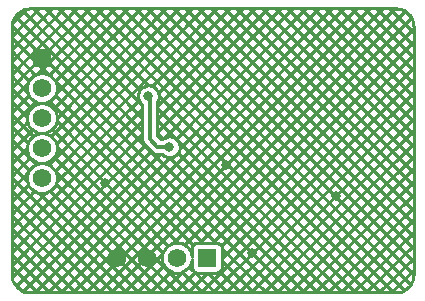
<source format=gbl>
G04 Layer: BottomLayer*
G04 EasyEDA v6.4.25, 2021-11-17T17:00:31+08:00*
G04 7b095086feb547ebadca5fbbb004fff0,8eccfb12f3aa458fbbe36a5a93572a72,10*
G04 Gerber Generator version 0.2*
G04 Scale: 100 percent, Rotated: No, Reflected: No *
G04 Dimensions in millimeters *
G04 leading zeros omitted , absolute positions ,4 integer and 5 decimal *
%FSLAX45Y45*%
%MOMM*%

%ADD10C,0.2540*%
%ADD11C,0.3000*%
%ADD14C,0.8000*%
%ADD20R,1.5748X1.5748*%
%ADD21C,1.5748*%

%LPD*%
D11*
X1384300Y-1219200D02*
G01*
X1282700Y-1219200D01*
X1219200Y-1155700D01*
X1219200Y-800100D01*
X1206500Y-787400D01*
D10*
X92887Y-2407112D02*
G01*
X82904Y-2396098D01*
X82904Y-2396098D02*
G01*
X74049Y-2384158D01*
X74049Y-2384158D02*
G01*
X66406Y-2371407D01*
X66406Y-2371407D02*
G01*
X60050Y-2357969D01*
X60050Y-2357969D02*
G01*
X55042Y-2343972D01*
X55042Y-2343972D02*
G01*
X51430Y-2329552D01*
X51430Y-2329552D02*
G01*
X49249Y-2314848D01*
X49249Y-2314848D02*
G01*
X48463Y-2298841D01*
X48463Y-2298841D02*
G01*
X48463Y-201158D01*
X48463Y-201158D02*
G01*
X49249Y-185152D01*
X49249Y-185152D02*
G01*
X51430Y-170447D01*
X51430Y-170447D02*
G01*
X55042Y-156027D01*
X55042Y-156027D02*
G01*
X60050Y-142030D01*
X60050Y-142030D02*
G01*
X66406Y-128592D01*
X66406Y-128592D02*
G01*
X74049Y-115842D01*
X74049Y-115842D02*
G01*
X82904Y-103902D01*
X82904Y-103902D02*
G01*
X92887Y-92887D01*
X92887Y-92887D02*
G01*
X103902Y-82904D01*
X103902Y-82904D02*
G01*
X115842Y-74049D01*
X115842Y-74049D02*
G01*
X128592Y-66406D01*
X128592Y-66406D02*
G01*
X142030Y-60050D01*
X142030Y-60050D02*
G01*
X156027Y-55042D01*
X156027Y-55042D02*
G01*
X170447Y-51430D01*
X170447Y-51430D02*
G01*
X185152Y-49249D01*
X185152Y-49249D02*
G01*
X201158Y-48463D01*
X201158Y-48463D02*
G01*
X3298842Y-48463D01*
X3298842Y-48463D02*
G01*
X3314848Y-49249D01*
X3314848Y-49249D02*
G01*
X3329553Y-51430D01*
X3329553Y-51430D02*
G01*
X3343973Y-55042D01*
X3343973Y-55042D02*
G01*
X3357969Y-60050D01*
X3357969Y-60050D02*
G01*
X3371408Y-66406D01*
X3371408Y-66406D02*
G01*
X3384158Y-74049D01*
X3384158Y-74049D02*
G01*
X3396098Y-82904D01*
X3396098Y-82904D02*
G01*
X3407113Y-92887D01*
X3407113Y-92887D02*
G01*
X3417096Y-103902D01*
X3417096Y-103902D02*
G01*
X3425951Y-115842D01*
X3425951Y-115842D02*
G01*
X3433594Y-128592D01*
X3433594Y-128592D02*
G01*
X3439949Y-142030D01*
X3439949Y-142030D02*
G01*
X3444957Y-156027D01*
X3444957Y-156027D02*
G01*
X3448569Y-170447D01*
X3448569Y-170447D02*
G01*
X3450751Y-185152D01*
X3450751Y-185152D02*
G01*
X3451537Y-201158D01*
X3451537Y-201158D02*
G01*
X3451537Y-2298841D01*
X3451537Y-2298841D02*
G01*
X3450751Y-2314848D01*
X3450751Y-2314848D02*
G01*
X3448569Y-2329552D01*
X3448569Y-2329552D02*
G01*
X3444957Y-2343972D01*
X3444957Y-2343972D02*
G01*
X3439949Y-2357969D01*
X3439949Y-2357969D02*
G01*
X3433594Y-2371407D01*
X3433594Y-2371407D02*
G01*
X3425951Y-2384158D01*
X3425951Y-2384158D02*
G01*
X3417096Y-2396098D01*
X3417096Y-2396098D02*
G01*
X3407113Y-2407112D01*
X3407113Y-2407112D02*
G01*
X3396098Y-2417095D01*
X3396098Y-2417095D02*
G01*
X3384158Y-2425950D01*
X3384158Y-2425950D02*
G01*
X3371408Y-2433593D01*
X3371408Y-2433593D02*
G01*
X3357969Y-2439949D01*
X3357969Y-2439949D02*
G01*
X3343973Y-2444957D01*
X3343973Y-2444957D02*
G01*
X3329553Y-2448569D01*
X3329553Y-2448569D02*
G01*
X3314848Y-2450750D01*
X3314848Y-2450750D02*
G01*
X3298842Y-2451536D01*
X3298842Y-2451536D02*
G01*
X201158Y-2451536D01*
X201158Y-2451536D02*
G01*
X185152Y-2450750D01*
X185152Y-2450750D02*
G01*
X170447Y-2448569D01*
X170447Y-2448569D02*
G01*
X156027Y-2444957D01*
X156027Y-2444957D02*
G01*
X142030Y-2439949D01*
X142030Y-2439949D02*
G01*
X128592Y-2433593D01*
X128592Y-2433593D02*
G01*
X115842Y-2425950D01*
X115842Y-2425950D02*
G01*
X103902Y-2417095D01*
X103902Y-2417095D02*
G01*
X92887Y-2407112D01*
X217723Y-1578627D02*
G01*
X230031Y-1588809D01*
X230031Y-1588809D02*
G01*
X243519Y-1597368D01*
X243519Y-1597368D02*
G01*
X257973Y-1604170D01*
X257973Y-1604170D02*
G01*
X273165Y-1609106D01*
X273165Y-1609106D02*
G01*
X288857Y-1612100D01*
X288857Y-1612100D02*
G01*
X304800Y-1613103D01*
X304800Y-1613103D02*
G01*
X320742Y-1612100D01*
X320742Y-1612100D02*
G01*
X336434Y-1609106D01*
X336434Y-1609106D02*
G01*
X351626Y-1604170D01*
X351626Y-1604170D02*
G01*
X366080Y-1597368D01*
X366080Y-1597368D02*
G01*
X379568Y-1588809D01*
X379568Y-1588809D02*
G01*
X391876Y-1578627D01*
X391876Y-1578627D02*
G01*
X402811Y-1566982D01*
X402811Y-1566982D02*
G01*
X412201Y-1554058D01*
X412201Y-1554058D02*
G01*
X419896Y-1540060D01*
X419896Y-1540060D02*
G01*
X425777Y-1525208D01*
X425777Y-1525208D02*
G01*
X429749Y-1509735D01*
X429749Y-1509735D02*
G01*
X431752Y-1493887D01*
X431752Y-1493887D02*
G01*
X431752Y-1477912D01*
X431752Y-1477912D02*
G01*
X429749Y-1462064D01*
X429749Y-1462064D02*
G01*
X425777Y-1446591D01*
X425777Y-1446591D02*
G01*
X419896Y-1431739D01*
X419896Y-1431739D02*
G01*
X412201Y-1417741D01*
X412201Y-1417741D02*
G01*
X402811Y-1404817D01*
X402811Y-1404817D02*
G01*
X391876Y-1393172D01*
X391876Y-1393172D02*
G01*
X379568Y-1382990D01*
X379568Y-1382990D02*
G01*
X366080Y-1374431D01*
X366080Y-1374431D02*
G01*
X351626Y-1367629D01*
X351626Y-1367629D02*
G01*
X336434Y-1362693D01*
X336434Y-1362693D02*
G01*
X320742Y-1359699D01*
X320742Y-1359699D02*
G01*
X308029Y-1358900D01*
X308029Y-1358900D02*
G01*
X320742Y-1358100D01*
X320742Y-1358100D02*
G01*
X336434Y-1355106D01*
X336434Y-1355106D02*
G01*
X351626Y-1350170D01*
X351626Y-1350170D02*
G01*
X366080Y-1343368D01*
X366080Y-1343368D02*
G01*
X379568Y-1334809D01*
X379568Y-1334809D02*
G01*
X391876Y-1324627D01*
X391876Y-1324627D02*
G01*
X402811Y-1312982D01*
X402811Y-1312982D02*
G01*
X412201Y-1300058D01*
X412201Y-1300058D02*
G01*
X419896Y-1286060D01*
X419896Y-1286060D02*
G01*
X425777Y-1271208D01*
X425777Y-1271208D02*
G01*
X429749Y-1255735D01*
X429749Y-1255735D02*
G01*
X431752Y-1239887D01*
X431752Y-1239887D02*
G01*
X431752Y-1223912D01*
X431752Y-1223912D02*
G01*
X429749Y-1208064D01*
X429749Y-1208064D02*
G01*
X425777Y-1192591D01*
X425777Y-1192591D02*
G01*
X419896Y-1177739D01*
X419896Y-1177739D02*
G01*
X412201Y-1163741D01*
X412201Y-1163741D02*
G01*
X402811Y-1150817D01*
X402811Y-1150817D02*
G01*
X391876Y-1139172D01*
X391876Y-1139172D02*
G01*
X379568Y-1128990D01*
X379568Y-1128990D02*
G01*
X366080Y-1120431D01*
X366080Y-1120431D02*
G01*
X351626Y-1113629D01*
X351626Y-1113629D02*
G01*
X336434Y-1108693D01*
X336434Y-1108693D02*
G01*
X320742Y-1105699D01*
X320742Y-1105699D02*
G01*
X308029Y-1104900D01*
X308029Y-1104900D02*
G01*
X320742Y-1104100D01*
X320742Y-1104100D02*
G01*
X336434Y-1101106D01*
X336434Y-1101106D02*
G01*
X351626Y-1096170D01*
X351626Y-1096170D02*
G01*
X366080Y-1089368D01*
X366080Y-1089368D02*
G01*
X379568Y-1080809D01*
X379568Y-1080809D02*
G01*
X391876Y-1070627D01*
X391876Y-1070627D02*
G01*
X402811Y-1058982D01*
X402811Y-1058982D02*
G01*
X412201Y-1046058D01*
X412201Y-1046058D02*
G01*
X419896Y-1032060D01*
X419896Y-1032060D02*
G01*
X425777Y-1017208D01*
X425777Y-1017208D02*
G01*
X429749Y-1001735D01*
X429749Y-1001735D02*
G01*
X431752Y-985887D01*
X431752Y-985887D02*
G01*
X431752Y-969912D01*
X431752Y-969912D02*
G01*
X429749Y-954064D01*
X429749Y-954064D02*
G01*
X425777Y-938591D01*
X425777Y-938591D02*
G01*
X419896Y-923739D01*
X419896Y-923739D02*
G01*
X412201Y-909741D01*
X412201Y-909741D02*
G01*
X402811Y-896817D01*
X402811Y-896817D02*
G01*
X391876Y-885172D01*
X391876Y-885172D02*
G01*
X379568Y-874990D01*
X379568Y-874990D02*
G01*
X366080Y-866431D01*
X366080Y-866431D02*
G01*
X351626Y-859629D01*
X351626Y-859629D02*
G01*
X336434Y-854693D01*
X336434Y-854693D02*
G01*
X320742Y-851699D01*
X320742Y-851699D02*
G01*
X308029Y-850900D01*
X308029Y-850900D02*
G01*
X320742Y-850100D01*
X320742Y-850100D02*
G01*
X336434Y-847106D01*
X336434Y-847106D02*
G01*
X351626Y-842170D01*
X351626Y-842170D02*
G01*
X366080Y-835368D01*
X366080Y-835368D02*
G01*
X379568Y-826809D01*
X379568Y-826809D02*
G01*
X391876Y-816627D01*
X391876Y-816627D02*
G01*
X402811Y-804982D01*
X402811Y-804982D02*
G01*
X412201Y-792058D01*
X412201Y-792058D02*
G01*
X419896Y-778060D01*
X419896Y-778060D02*
G01*
X425777Y-763208D01*
X425777Y-763208D02*
G01*
X429749Y-747735D01*
X429749Y-747735D02*
G01*
X431752Y-731887D01*
X431752Y-731887D02*
G01*
X431752Y-715912D01*
X431752Y-715912D02*
G01*
X429749Y-700064D01*
X429749Y-700064D02*
G01*
X425777Y-684591D01*
X425777Y-684591D02*
G01*
X419896Y-669739D01*
X419896Y-669739D02*
G01*
X412201Y-655741D01*
X412201Y-655741D02*
G01*
X402811Y-642817D01*
X402811Y-642817D02*
G01*
X391876Y-631172D01*
X391876Y-631172D02*
G01*
X379568Y-620990D01*
X379568Y-620990D02*
G01*
X366080Y-612431D01*
X366080Y-612431D02*
G01*
X351626Y-605629D01*
X351626Y-605629D02*
G01*
X336434Y-600693D01*
X336434Y-600693D02*
G01*
X320742Y-597699D01*
X320742Y-597699D02*
G01*
X304800Y-596696D01*
X304800Y-596696D02*
G01*
X288857Y-597699D01*
X288857Y-597699D02*
G01*
X273165Y-600693D01*
X273165Y-600693D02*
G01*
X257973Y-605629D01*
X257973Y-605629D02*
G01*
X243519Y-612431D01*
X243519Y-612431D02*
G01*
X230031Y-620990D01*
X230031Y-620990D02*
G01*
X217723Y-631172D01*
X217723Y-631172D02*
G01*
X206788Y-642817D01*
X206788Y-642817D02*
G01*
X197398Y-655741D01*
X197398Y-655741D02*
G01*
X189703Y-669739D01*
X189703Y-669739D02*
G01*
X183822Y-684591D01*
X183822Y-684591D02*
G01*
X179850Y-700064D01*
X179850Y-700064D02*
G01*
X177847Y-715912D01*
X177847Y-715912D02*
G01*
X177847Y-731887D01*
X177847Y-731887D02*
G01*
X179850Y-747735D01*
X179850Y-747735D02*
G01*
X183822Y-763208D01*
X183822Y-763208D02*
G01*
X189703Y-778060D01*
X189703Y-778060D02*
G01*
X197398Y-792058D01*
X197398Y-792058D02*
G01*
X206788Y-804982D01*
X206788Y-804982D02*
G01*
X217723Y-816627D01*
X217723Y-816627D02*
G01*
X230031Y-826809D01*
X230031Y-826809D02*
G01*
X243519Y-835368D01*
X243519Y-835368D02*
G01*
X257973Y-842170D01*
X257973Y-842170D02*
G01*
X273165Y-847106D01*
X273165Y-847106D02*
G01*
X288857Y-850100D01*
X288857Y-850100D02*
G01*
X301570Y-850900D01*
X301570Y-850900D02*
G01*
X288857Y-851699D01*
X288857Y-851699D02*
G01*
X273165Y-854693D01*
X273165Y-854693D02*
G01*
X257973Y-859629D01*
X257973Y-859629D02*
G01*
X243519Y-866431D01*
X243519Y-866431D02*
G01*
X230031Y-874990D01*
X230031Y-874990D02*
G01*
X217723Y-885172D01*
X217723Y-885172D02*
G01*
X206788Y-896817D01*
X206788Y-896817D02*
G01*
X197398Y-909741D01*
X197398Y-909741D02*
G01*
X189703Y-923739D01*
X189703Y-923739D02*
G01*
X183822Y-938591D01*
X183822Y-938591D02*
G01*
X179850Y-954064D01*
X179850Y-954064D02*
G01*
X177847Y-969912D01*
X177847Y-969912D02*
G01*
X177847Y-985887D01*
X177847Y-985887D02*
G01*
X179850Y-1001735D01*
X179850Y-1001735D02*
G01*
X183822Y-1017208D01*
X183822Y-1017208D02*
G01*
X189703Y-1032060D01*
X189703Y-1032060D02*
G01*
X197398Y-1046058D01*
X197398Y-1046058D02*
G01*
X206788Y-1058982D01*
X206788Y-1058982D02*
G01*
X217723Y-1070627D01*
X217723Y-1070627D02*
G01*
X230031Y-1080809D01*
X230031Y-1080809D02*
G01*
X243519Y-1089368D01*
X243519Y-1089368D02*
G01*
X257973Y-1096170D01*
X257973Y-1096170D02*
G01*
X273165Y-1101106D01*
X273165Y-1101106D02*
G01*
X288857Y-1104100D01*
X288857Y-1104100D02*
G01*
X301570Y-1104900D01*
X301570Y-1104900D02*
G01*
X288857Y-1105699D01*
X288857Y-1105699D02*
G01*
X273165Y-1108693D01*
X273165Y-1108693D02*
G01*
X257973Y-1113629D01*
X257973Y-1113629D02*
G01*
X243519Y-1120431D01*
X243519Y-1120431D02*
G01*
X230031Y-1128990D01*
X230031Y-1128990D02*
G01*
X217723Y-1139172D01*
X217723Y-1139172D02*
G01*
X206788Y-1150817D01*
X206788Y-1150817D02*
G01*
X197398Y-1163741D01*
X197398Y-1163741D02*
G01*
X189703Y-1177739D01*
X189703Y-1177739D02*
G01*
X183822Y-1192591D01*
X183822Y-1192591D02*
G01*
X179850Y-1208064D01*
X179850Y-1208064D02*
G01*
X177847Y-1223912D01*
X177847Y-1223912D02*
G01*
X177847Y-1239887D01*
X177847Y-1239887D02*
G01*
X179850Y-1255735D01*
X179850Y-1255735D02*
G01*
X183822Y-1271208D01*
X183822Y-1271208D02*
G01*
X189703Y-1286060D01*
X189703Y-1286060D02*
G01*
X197398Y-1300058D01*
X197398Y-1300058D02*
G01*
X206788Y-1312982D01*
X206788Y-1312982D02*
G01*
X217723Y-1324627D01*
X217723Y-1324627D02*
G01*
X230031Y-1334809D01*
X230031Y-1334809D02*
G01*
X243519Y-1343368D01*
X243519Y-1343368D02*
G01*
X257973Y-1350170D01*
X257973Y-1350170D02*
G01*
X273165Y-1355106D01*
X273165Y-1355106D02*
G01*
X288857Y-1358100D01*
X288857Y-1358100D02*
G01*
X301570Y-1358900D01*
X301570Y-1358900D02*
G01*
X288857Y-1359699D01*
X288857Y-1359699D02*
G01*
X273165Y-1362693D01*
X273165Y-1362693D02*
G01*
X257973Y-1367629D01*
X257973Y-1367629D02*
G01*
X243519Y-1374431D01*
X243519Y-1374431D02*
G01*
X230031Y-1382990D01*
X230031Y-1382990D02*
G01*
X217723Y-1393172D01*
X217723Y-1393172D02*
G01*
X206788Y-1404817D01*
X206788Y-1404817D02*
G01*
X197398Y-1417741D01*
X197398Y-1417741D02*
G01*
X189703Y-1431739D01*
X189703Y-1431739D02*
G01*
X183822Y-1446591D01*
X183822Y-1446591D02*
G01*
X179850Y-1462064D01*
X179850Y-1462064D02*
G01*
X177847Y-1477912D01*
X177847Y-1477912D02*
G01*
X177847Y-1493887D01*
X177847Y-1493887D02*
G01*
X179850Y-1509735D01*
X179850Y-1509735D02*
G01*
X183822Y-1525208D01*
X183822Y-1525208D02*
G01*
X189703Y-1540060D01*
X189703Y-1540060D02*
G01*
X197398Y-1554058D01*
X197398Y-1554058D02*
G01*
X206788Y-1566982D01*
X206788Y-1566982D02*
G01*
X217723Y-1578627D01*
X1170584Y-1196493D02*
G01*
X1174324Y-1200575D01*
X1174324Y-1200575D02*
G01*
X1237824Y-1264075D01*
X1237824Y-1264075D02*
G01*
X1241906Y-1267815D01*
X1241906Y-1267815D02*
G01*
X1246299Y-1271185D01*
X1246299Y-1271185D02*
G01*
X1250968Y-1274160D01*
X1250968Y-1274160D02*
G01*
X1255879Y-1276717D01*
X1255879Y-1276717D02*
G01*
X1260994Y-1278835D01*
X1260994Y-1278835D02*
G01*
X1266274Y-1280500D01*
X1266274Y-1280500D02*
G01*
X1271679Y-1281698D01*
X1271679Y-1281698D02*
G01*
X1277168Y-1282421D01*
X1277168Y-1282421D02*
G01*
X1282700Y-1282663D01*
X1282700Y-1282663D02*
G01*
X1323007Y-1282663D01*
X1323007Y-1282663D02*
G01*
X1326596Y-1286252D01*
X1326596Y-1286252D02*
G01*
X1337234Y-1294103D01*
X1337234Y-1294103D02*
G01*
X1348924Y-1300281D01*
X1348924Y-1300281D02*
G01*
X1361404Y-1304648D01*
X1361404Y-1304648D02*
G01*
X1374395Y-1307106D01*
X1374395Y-1307106D02*
G01*
X1387607Y-1307601D01*
X1387607Y-1307601D02*
G01*
X1400746Y-1306120D01*
X1400746Y-1306120D02*
G01*
X1413517Y-1302698D01*
X1413517Y-1302698D02*
G01*
X1425635Y-1297411D01*
X1425635Y-1297411D02*
G01*
X1436831Y-1290377D01*
X1436831Y-1290377D02*
G01*
X1446852Y-1281752D01*
X1446852Y-1281752D02*
G01*
X1455477Y-1271731D01*
X1455477Y-1271731D02*
G01*
X1462511Y-1260535D01*
X1462511Y-1260535D02*
G01*
X1467798Y-1248417D01*
X1467798Y-1248417D02*
G01*
X1471220Y-1235646D01*
X1471220Y-1235646D02*
G01*
X1472701Y-1222507D01*
X1472701Y-1222507D02*
G01*
X1472206Y-1209295D01*
X1472206Y-1209295D02*
G01*
X1469748Y-1196304D01*
X1469748Y-1196304D02*
G01*
X1465381Y-1183824D01*
X1465381Y-1183824D02*
G01*
X1459203Y-1172134D01*
X1459203Y-1172134D02*
G01*
X1451352Y-1161496D01*
X1451352Y-1161496D02*
G01*
X1442003Y-1152147D01*
X1442003Y-1152147D02*
G01*
X1431365Y-1144296D01*
X1431365Y-1144296D02*
G01*
X1419675Y-1138118D01*
X1419675Y-1138118D02*
G01*
X1407195Y-1133751D01*
X1407195Y-1133751D02*
G01*
X1394204Y-1131293D01*
X1394204Y-1131293D02*
G01*
X1380992Y-1130798D01*
X1380992Y-1130798D02*
G01*
X1367853Y-1132279D01*
X1367853Y-1132279D02*
G01*
X1355082Y-1135701D01*
X1355082Y-1135701D02*
G01*
X1342964Y-1140988D01*
X1342964Y-1140988D02*
G01*
X1331768Y-1148022D01*
X1331768Y-1148022D02*
G01*
X1322804Y-1155736D01*
X1322804Y-1155736D02*
G01*
X1308987Y-1155736D01*
X1308987Y-1155736D02*
G01*
X1282663Y-1129412D01*
X1282663Y-1129412D02*
G01*
X1282663Y-831996D01*
X1282663Y-831996D02*
G01*
X1284711Y-828735D01*
X1284711Y-828735D02*
G01*
X1289998Y-816617D01*
X1289998Y-816617D02*
G01*
X1293420Y-803846D01*
X1293420Y-803846D02*
G01*
X1294901Y-790707D01*
X1294901Y-790707D02*
G01*
X1294406Y-777495D01*
X1294406Y-777495D02*
G01*
X1291948Y-764504D01*
X1291948Y-764504D02*
G01*
X1287581Y-752024D01*
X1287581Y-752024D02*
G01*
X1281403Y-740334D01*
X1281403Y-740334D02*
G01*
X1273552Y-729696D01*
X1273552Y-729696D02*
G01*
X1264203Y-720347D01*
X1264203Y-720347D02*
G01*
X1253565Y-712496D01*
X1253565Y-712496D02*
G01*
X1241875Y-706318D01*
X1241875Y-706318D02*
G01*
X1229395Y-701951D01*
X1229395Y-701951D02*
G01*
X1216404Y-699493D01*
X1216404Y-699493D02*
G01*
X1203192Y-698998D01*
X1203192Y-698998D02*
G01*
X1190053Y-700479D01*
X1190053Y-700479D02*
G01*
X1177282Y-703901D01*
X1177282Y-703901D02*
G01*
X1165164Y-709188D01*
X1165164Y-709188D02*
G01*
X1153968Y-716222D01*
X1153968Y-716222D02*
G01*
X1143947Y-724847D01*
X1143947Y-724847D02*
G01*
X1135322Y-734868D01*
X1135322Y-734868D02*
G01*
X1128288Y-746064D01*
X1128288Y-746064D02*
G01*
X1123001Y-758182D01*
X1123001Y-758182D02*
G01*
X1119579Y-770953D01*
X1119579Y-770953D02*
G01*
X1118098Y-784092D01*
X1118098Y-784092D02*
G01*
X1118593Y-797304D01*
X1118593Y-797304D02*
G01*
X1121051Y-810295D01*
X1121051Y-810295D02*
G01*
X1125418Y-822775D01*
X1125418Y-822775D02*
G01*
X1131596Y-834465D01*
X1131596Y-834465D02*
G01*
X1139447Y-845103D01*
X1139447Y-845103D02*
G01*
X1148796Y-854452D01*
X1148796Y-854452D02*
G01*
X1155736Y-859574D01*
X1155736Y-859574D02*
G01*
X1155736Y-1155700D01*
X1155736Y-1155700D02*
G01*
X1155978Y-1161231D01*
X1155978Y-1161231D02*
G01*
X1156701Y-1166720D01*
X1156701Y-1166720D02*
G01*
X1157899Y-1172125D01*
X1157899Y-1172125D02*
G01*
X1159564Y-1177405D01*
X1159564Y-1177405D02*
G01*
X1161682Y-1182520D01*
X1161682Y-1182520D02*
G01*
X1164239Y-1187431D01*
X1164239Y-1187431D02*
G01*
X1167214Y-1192100D01*
X1167214Y-1192100D02*
G01*
X1170584Y-1196493D01*
X1344890Y-2233768D02*
G01*
X1355072Y-2246076D01*
X1355072Y-2246076D02*
G01*
X1366717Y-2257011D01*
X1366717Y-2257011D02*
G01*
X1379641Y-2266401D01*
X1379641Y-2266401D02*
G01*
X1393639Y-2274096D01*
X1393639Y-2274096D02*
G01*
X1408491Y-2279977D01*
X1408491Y-2279977D02*
G01*
X1423964Y-2283949D01*
X1423964Y-2283949D02*
G01*
X1439812Y-2285952D01*
X1439812Y-2285952D02*
G01*
X1455787Y-2285952D01*
X1455787Y-2285952D02*
G01*
X1471635Y-2283949D01*
X1471635Y-2283949D02*
G01*
X1487108Y-2279977D01*
X1487108Y-2279977D02*
G01*
X1501960Y-2274096D01*
X1501960Y-2274096D02*
G01*
X1515958Y-2266401D01*
X1515958Y-2266401D02*
G01*
X1528882Y-2257011D01*
X1528882Y-2257011D02*
G01*
X1540527Y-2246076D01*
X1540527Y-2246076D02*
G01*
X1550709Y-2233768D01*
X1550709Y-2233768D02*
G01*
X1559268Y-2220280D01*
X1559268Y-2220280D02*
G01*
X1566070Y-2205826D01*
X1566070Y-2205826D02*
G01*
X1571006Y-2190634D01*
X1571006Y-2190634D02*
G01*
X1574000Y-2174942D01*
X1574000Y-2174942D02*
G01*
X1574596Y-2165459D01*
X1574596Y-2165459D02*
G01*
X1574596Y-2237739D01*
X1574596Y-2237739D02*
G01*
X1575527Y-2247194D01*
X1575527Y-2247194D02*
G01*
X1578285Y-2256286D01*
X1578285Y-2256286D02*
G01*
X1582764Y-2264664D01*
X1582764Y-2264664D02*
G01*
X1588791Y-2272008D01*
X1588791Y-2272008D02*
G01*
X1596135Y-2278035D01*
X1596135Y-2278035D02*
G01*
X1604513Y-2282514D01*
X1604513Y-2282514D02*
G01*
X1613605Y-2285272D01*
X1613605Y-2285272D02*
G01*
X1623060Y-2286203D01*
X1623060Y-2286203D02*
G01*
X1780539Y-2286203D01*
X1780539Y-2286203D02*
G01*
X1789994Y-2285272D01*
X1789994Y-2285272D02*
G01*
X1799086Y-2282514D01*
X1799086Y-2282514D02*
G01*
X1807464Y-2278035D01*
X1807464Y-2278035D02*
G01*
X1814808Y-2272008D01*
X1814808Y-2272008D02*
G01*
X1820835Y-2264664D01*
X1820835Y-2264664D02*
G01*
X1825314Y-2256286D01*
X1825314Y-2256286D02*
G01*
X1828072Y-2247194D01*
X1828072Y-2247194D02*
G01*
X1829003Y-2237739D01*
X1829003Y-2237739D02*
G01*
X1829003Y-2080260D01*
X1829003Y-2080260D02*
G01*
X1828072Y-2070805D01*
X1828072Y-2070805D02*
G01*
X1825314Y-2061713D01*
X1825314Y-2061713D02*
G01*
X1820835Y-2053335D01*
X1820835Y-2053335D02*
G01*
X1814808Y-2045991D01*
X1814808Y-2045991D02*
G01*
X1807464Y-2039964D01*
X1807464Y-2039964D02*
G01*
X1799086Y-2035485D01*
X1799086Y-2035485D02*
G01*
X1789994Y-2032727D01*
X1789994Y-2032727D02*
G01*
X1780539Y-2031796D01*
X1780539Y-2031796D02*
G01*
X1623060Y-2031796D01*
X1623060Y-2031796D02*
G01*
X1613605Y-2032727D01*
X1613605Y-2032727D02*
G01*
X1604513Y-2035485D01*
X1604513Y-2035485D02*
G01*
X1596135Y-2039964D01*
X1596135Y-2039964D02*
G01*
X1588791Y-2045991D01*
X1588791Y-2045991D02*
G01*
X1582764Y-2053335D01*
X1582764Y-2053335D02*
G01*
X1578285Y-2061713D01*
X1578285Y-2061713D02*
G01*
X1575527Y-2070805D01*
X1575527Y-2070805D02*
G01*
X1574596Y-2080260D01*
X1574596Y-2080260D02*
G01*
X1574596Y-2152540D01*
X1574596Y-2152540D02*
G01*
X1574000Y-2143057D01*
X1574000Y-2143057D02*
G01*
X1571006Y-2127365D01*
X1571006Y-2127365D02*
G01*
X1566070Y-2112173D01*
X1566070Y-2112173D02*
G01*
X1559268Y-2097719D01*
X1559268Y-2097719D02*
G01*
X1550709Y-2084231D01*
X1550709Y-2084231D02*
G01*
X1540527Y-2071923D01*
X1540527Y-2071923D02*
G01*
X1528882Y-2060988D01*
X1528882Y-2060988D02*
G01*
X1515958Y-2051598D01*
X1515958Y-2051598D02*
G01*
X1501960Y-2043903D01*
X1501960Y-2043903D02*
G01*
X1487108Y-2038022D01*
X1487108Y-2038022D02*
G01*
X1471635Y-2034050D01*
X1471635Y-2034050D02*
G01*
X1455787Y-2032047D01*
X1455787Y-2032047D02*
G01*
X1439812Y-2032047D01*
X1439812Y-2032047D02*
G01*
X1423964Y-2034050D01*
X1423964Y-2034050D02*
G01*
X1408491Y-2038022D01*
X1408491Y-2038022D02*
G01*
X1393639Y-2043903D01*
X1393639Y-2043903D02*
G01*
X1379641Y-2051598D01*
X1379641Y-2051598D02*
G01*
X1366717Y-2060988D01*
X1366717Y-2060988D02*
G01*
X1355072Y-2071923D01*
X1355072Y-2071923D02*
G01*
X1344890Y-2084231D01*
X1344890Y-2084231D02*
G01*
X1336331Y-2097719D01*
X1336331Y-2097719D02*
G01*
X1329529Y-2112173D01*
X1329529Y-2112173D02*
G01*
X1324593Y-2127365D01*
X1324593Y-2127365D02*
G01*
X1321599Y-2143057D01*
X1321599Y-2143057D02*
G01*
X1320596Y-2159000D01*
X1320596Y-2159000D02*
G01*
X1321599Y-2174942D01*
X1321599Y-2174942D02*
G01*
X1324593Y-2190634D01*
X1324593Y-2190634D02*
G01*
X1329529Y-2205826D01*
X1329529Y-2205826D02*
G01*
X1336331Y-2220280D01*
X1336331Y-2220280D02*
G01*
X1344890Y-2233768D01*
X61758Y-2361580D02*
G01*
X138419Y-2438241D01*
X48463Y-2240521D02*
G01*
X259478Y-2451536D01*
X48463Y-2132758D02*
G01*
X367241Y-2451536D01*
X48463Y-2024995D02*
G01*
X475004Y-2451536D01*
X48463Y-1917232D02*
G01*
X582767Y-2451536D01*
X48463Y-1809469D02*
G01*
X690530Y-2451536D01*
X48463Y-1701706D02*
G01*
X798293Y-2451536D01*
X48463Y-1593943D02*
G01*
X906056Y-2451536D01*
X48463Y-1486180D02*
G01*
X1013819Y-2451536D01*
X48463Y-1378417D02*
G01*
X179873Y-1509827D01*
X280564Y-1610518D02*
G01*
X1121582Y-2451536D01*
X48463Y-1270654D02*
G01*
X196743Y-1418933D01*
X371646Y-1593837D02*
G01*
X1229346Y-2451536D01*
X48463Y-1162890D02*
G01*
X254728Y-1369156D01*
X421523Y-1535951D02*
G01*
X1337109Y-2451536D01*
X48463Y-1055127D02*
G01*
X184419Y-1191084D01*
X345497Y-1352162D02*
G01*
X370694Y-1377358D01*
X413574Y-1420239D02*
G01*
X1444872Y-2451536D01*
X48463Y-947364D02*
G01*
X230066Y-1128968D01*
X407553Y-1306455D02*
G01*
X1552635Y-2451536D01*
X48463Y-839601D02*
G01*
X177951Y-969090D01*
X313422Y-1104560D02*
G01*
X314146Y-1105284D01*
X431604Y-1222743D02*
G01*
X1327446Y-2118584D01*
X1488348Y-2279486D02*
G01*
X1660398Y-2451536D01*
X48463Y-731838D02*
G01*
X210010Y-893386D01*
X389345Y-1072720D02*
G01*
X1373027Y-2056403D01*
X1550566Y-2233941D02*
G01*
X1768161Y-2451536D01*
X48463Y-624075D02*
G01*
X182519Y-758131D01*
X270690Y-846302D02*
G01*
X278133Y-853745D01*
X429009Y-1004621D02*
G01*
X1456529Y-2032141D01*
X1574440Y-2150052D02*
G01*
X1574596Y-2150209D01*
X1710590Y-2286203D02*
G01*
X1875924Y-2451536D01*
X48463Y-516312D02*
G01*
X194026Y-661875D01*
X366960Y-834810D02*
G01*
X1583991Y-2051840D01*
X1808959Y-2276808D02*
G01*
X1983687Y-2451536D01*
X48463Y-408549D02*
G01*
X249520Y-609606D01*
X419214Y-779301D02*
G01*
X1671710Y-2031796D01*
X1829003Y-2189089D02*
G01*
X2091450Y-2451536D01*
X48463Y-300786D02*
G01*
X354799Y-607122D01*
X421522Y-673845D02*
G01*
X1779473Y-2031796D01*
X1829003Y-2081326D02*
G01*
X2199213Y-2451536D01*
X48844Y-193404D02*
G01*
X2306976Y-2451536D01*
X76176Y-112973D02*
G01*
X2414739Y-2451536D01*
X134553Y-63587D02*
G01*
X1155736Y-1084770D01*
X1378215Y-1307249D02*
G01*
X2522502Y-2451536D01*
X227192Y-48463D02*
G01*
X1155736Y-977007D01*
X1282663Y-1103934D02*
G01*
X1329072Y-1150343D01*
X1453156Y-1274427D02*
G01*
X2630266Y-2451536D01*
X334955Y-48463D02*
G01*
X1155736Y-869244D01*
X1282663Y-996170D02*
G01*
X1430141Y-1143649D01*
X1459850Y-1173358D02*
G01*
X2738029Y-2451536D01*
X442718Y-48463D02*
G01*
X1132930Y-738675D01*
X1282663Y-888407D02*
G01*
X2845792Y-2451536D01*
X550481Y-48463D02*
G01*
X1201237Y-699219D01*
X1294680Y-792662D02*
G01*
X2953555Y-2451536D01*
X658244Y-48463D02*
G01*
X3061318Y-2451536D01*
X766007Y-48463D02*
G01*
X3169081Y-2451536D01*
X873770Y-48463D02*
G01*
X3276844Y-2451536D01*
X981533Y-48463D02*
G01*
X3368187Y-2435116D01*
X1089297Y-48463D02*
G01*
X3425542Y-2384709D01*
X1197060Y-48463D02*
G01*
X3451345Y-2302748D01*
X1304823Y-48463D02*
G01*
X3451537Y-2195177D01*
X1412586Y-48463D02*
G01*
X3451537Y-2087414D01*
X1520349Y-48463D02*
G01*
X3451537Y-1979651D01*
X1628112Y-48463D02*
G01*
X3451537Y-1871888D01*
X1735875Y-48463D02*
G01*
X3451537Y-1764125D01*
X1843638Y-48463D02*
G01*
X3451537Y-1656362D01*
X1951401Y-48463D02*
G01*
X3451537Y-1548599D01*
X2059164Y-48463D02*
G01*
X3451537Y-1440836D01*
X2166927Y-48463D02*
G01*
X3451537Y-1333073D01*
X2274690Y-48463D02*
G01*
X3451537Y-1225309D01*
X2382453Y-48463D02*
G01*
X3451537Y-1117546D01*
X2490216Y-48463D02*
G01*
X3451537Y-1009783D01*
X2597980Y-48463D02*
G01*
X3451537Y-902020D01*
X2705743Y-48463D02*
G01*
X3451537Y-794257D01*
X2813506Y-48463D02*
G01*
X3451537Y-686494D01*
X2921269Y-48463D02*
G01*
X3451537Y-578731D01*
X3029032Y-48463D02*
G01*
X3451537Y-470968D01*
X3136795Y-48463D02*
G01*
X3451537Y-363205D01*
X3244558Y-48463D02*
G01*
X3451537Y-255442D01*
X3369239Y-65380D02*
G01*
X3434619Y-130761D01*
X3264658Y-2451536D02*
G01*
X3451537Y-2264657D01*
X3156895Y-2451536D02*
G01*
X3451537Y-2156894D01*
X3049132Y-2451536D02*
G01*
X3451537Y-2049131D01*
X2941369Y-2451536D02*
G01*
X3451537Y-1941368D01*
X2833605Y-2451536D02*
G01*
X3451537Y-1833605D01*
X2725842Y-2451536D02*
G01*
X3451537Y-1725842D01*
X2618079Y-2451536D02*
G01*
X3451537Y-1618079D01*
X2510316Y-2451536D02*
G01*
X3451537Y-1510316D01*
X2402553Y-2451536D02*
G01*
X3451537Y-1402552D01*
X2294790Y-2451536D02*
G01*
X3451537Y-1294789D01*
X2187027Y-2451536D02*
G01*
X3451537Y-1187026D01*
X2079264Y-2451536D02*
G01*
X3451537Y-1079263D01*
X1971501Y-2451536D02*
G01*
X3451537Y-971500D01*
X1863738Y-2451536D02*
G01*
X3451537Y-863737D01*
X1755975Y-2451536D02*
G01*
X3451537Y-755974D01*
X1648212Y-2451536D02*
G01*
X3451537Y-648211D01*
X1540449Y-2451536D02*
G01*
X1705782Y-2286203D01*
X1829003Y-2162982D02*
G01*
X3451537Y-540448D01*
X1432685Y-2451536D02*
G01*
X1602685Y-2281536D01*
X1824336Y-2059885D02*
G01*
X3451537Y-432685D01*
X1324922Y-2451536D02*
G01*
X1502854Y-2273605D01*
X1562015Y-2214444D02*
G01*
X1574596Y-2201863D01*
X1744663Y-2031796D02*
G01*
X3451537Y-324922D01*
X1217159Y-2451536D02*
G01*
X1394327Y-2274369D01*
X1563015Y-2105681D02*
G01*
X1574596Y-2094099D01*
X1636899Y-2031796D02*
G01*
X3451537Y-217159D01*
X1109396Y-2451536D02*
G01*
X1338009Y-2222924D01*
X1511684Y-2049248D02*
G01*
X3433124Y-127809D01*
X1001633Y-2451536D02*
G01*
X1324307Y-2128862D01*
X1417447Y-2035723D02*
G01*
X3381009Y-72161D01*
X893870Y-2451536D02*
G01*
X3296944Y-48463D01*
X786107Y-2451536D02*
G01*
X3189181Y-48463D01*
X678344Y-2451536D02*
G01*
X3081418Y-48463D01*
X570581Y-2451536D02*
G01*
X2973654Y-48463D01*
X462818Y-2451536D02*
G01*
X2865891Y-48463D01*
X355055Y-2451536D02*
G01*
X2758128Y-48463D01*
X247292Y-2451536D02*
G01*
X1391687Y-1307141D01*
X1472241Y-1226587D02*
G01*
X2650365Y-48463D01*
X148722Y-2442343D02*
G01*
X1308402Y-1282663D01*
X1440228Y-1150837D02*
G01*
X2542602Y-48463D01*
X84949Y-2398353D02*
G01*
X1228526Y-1254776D01*
X1341216Y-1142086D02*
G01*
X2434839Y-48463D01*
X50727Y-2324812D02*
G01*
X1174644Y-1200895D01*
X1282663Y-1092876D02*
G01*
X2327076Y-48463D01*
X48463Y-2219313D02*
G01*
X1155736Y-1112039D01*
X1282663Y-985113D02*
G01*
X2219313Y-48463D01*
X48463Y-2111550D02*
G01*
X1155736Y-1004276D01*
X1282663Y-877350D02*
G01*
X2111550Y-48463D01*
X48463Y-2003787D02*
G01*
X1155736Y-896513D01*
X1290859Y-761391D02*
G01*
X2003787Y-48463D01*
X48463Y-1896024D02*
G01*
X335132Y-1609355D01*
X428022Y-1516465D02*
G01*
X1124457Y-820030D01*
X1239130Y-705357D02*
G01*
X1896024Y-48463D01*
X48463Y-1788261D02*
G01*
X240972Y-1595752D01*
X414606Y-1422117D02*
G01*
X1788261Y-48463D01*
X48463Y-1680498D02*
G01*
X189475Y-1539485D01*
X358226Y-1370735D02*
G01*
X1680498Y-48463D01*
X48463Y-1572734D02*
G01*
X190001Y-1431196D01*
X249654Y-1371544D02*
G01*
X267826Y-1353371D01*
X426355Y-1194842D02*
G01*
X1572734Y-48463D01*
X48463Y-1464971D02*
G01*
X204122Y-1309312D01*
X382236Y-1131198D02*
G01*
X1464971Y-48463D01*
X48463Y-1357208D02*
G01*
X177847Y-1227824D01*
X300718Y-1104953D02*
G01*
X300819Y-1104852D01*
X431752Y-973920D02*
G01*
X1357208Y-48463D01*
X48463Y-1249445D02*
G01*
X222954Y-1074954D01*
X401978Y-895930D02*
G01*
X1249445Y-48463D01*
X48463Y-1141682D02*
G01*
X181598Y-1008547D01*
X335610Y-854536D02*
G01*
X346218Y-843927D01*
X425016Y-765129D02*
G01*
X1141682Y-48463D01*
X48463Y-1033919D02*
G01*
X245895Y-836487D01*
X417323Y-665059D02*
G01*
X1033919Y-48463D01*
X48463Y-926156D02*
G01*
X192135Y-782484D01*
X363434Y-611185D02*
G01*
X926156Y-48463D01*
X48463Y-818393D02*
G01*
X184843Y-682013D01*
X262793Y-604063D02*
G01*
X818393Y-48463D01*
X48463Y-710630D02*
G01*
X710630Y-48463D01*
X48463Y-602867D02*
G01*
X602867Y-48463D01*
X48463Y-495104D02*
G01*
X495104Y-48463D01*
X48463Y-387341D02*
G01*
X387341Y-48463D01*
X48463Y-279578D02*
G01*
X279578Y-48463D01*
X51965Y-168312D02*
G01*
X168312Y-51965D01*
D20*
G01*
X1701800Y-2159000D03*
D21*
G01*
X1447800Y-2159000D03*
G01*
X1193800Y-2159000D03*
G01*
X939800Y-2159000D03*
G01*
X304800Y-1485900D03*
G01*
X304800Y-1231900D03*
G01*
X304800Y-977900D03*
G01*
X304800Y-723900D03*
D20*
G01*
X304800Y-469900D03*
D14*
G01*
X1384300Y-1219200D03*
G01*
X1206500Y-787400D03*
G01*
X2082800Y-2120900D03*
G01*
X1866900Y-1371600D03*
G01*
X838200Y-1524000D03*
G01*
X2794000Y-1638300D03*
M02*

</source>
